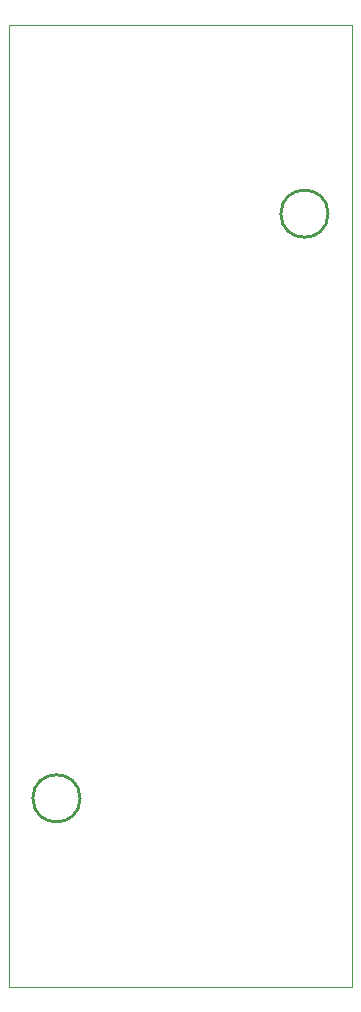
<source format=gko>
G04*
G04 #@! TF.GenerationSoftware,Altium Limited,Altium Designer,19.0.9 (268)*
G04*
G04 Layer_Color=16711935*
%FSLAX25Y25*%
%MOIN*%
G70*
G01*
G75*
%ADD13C,0.00394*%
%ADD17C,0.01000*%
D13*
X0Y0D02*
X114173D01*
Y320866D01*
X0Y0D02*
Y320866D01*
X114173D01*
D17*
X23622Y62992D02*
G03*
X23622Y62992I-7874J0D01*
G01*
X106299Y257874D02*
G03*
X106299Y257874I-7874J0D01*
G01*
M02*

</source>
